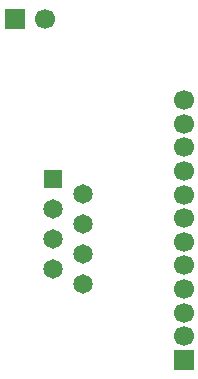
<source format=gbs>
G04*
G04 #@! TF.GenerationSoftware,Altium Limited,Altium Designer,21.3.1 (25)*
G04*
G04 Layer_Color=16711935*
%FSLAX44Y44*%
%MOMM*%
G71*
G04*
G04 #@! TF.SameCoordinates,1899EECA-0796-468C-8384-63A2F62C21E4*
G04*
G04*
G04 #@! TF.FilePolarity,Negative*
G04*
G01*
G75*
%ADD19C,1.6500*%
%ADD20R,1.6500X1.6500*%
%ADD21C,1.7000*%
%ADD22R,1.7000X1.7000*%
%ADD23R,1.7000X1.7000*%
D19*
X129400Y192250D02*
D03*
X154800Y179550D02*
D03*
Y204950D02*
D03*
X129400Y217650D02*
D03*
X154800Y230350D02*
D03*
X129400Y243050D02*
D03*
X154800Y255750D02*
D03*
D20*
X129400Y268450D02*
D03*
D21*
X240000Y135000D02*
D03*
Y155000D02*
D03*
Y175000D02*
D03*
Y195000D02*
D03*
Y235000D02*
D03*
Y215000D02*
D03*
X122420Y403920D02*
D03*
X240000Y335000D02*
D03*
Y315000D02*
D03*
Y295000D02*
D03*
Y275000D02*
D03*
Y255000D02*
D03*
D22*
X97020Y403920D02*
D03*
D23*
X240000Y115000D02*
D03*
M02*

</source>
